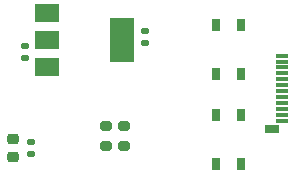
<source format=gbr>
%TF.GenerationSoftware,KiCad,Pcbnew,(6.0.7)*%
%TF.CreationDate,2023-02-04T21:02:38-08:00*%
%TF.ProjectId,ESP_Module,4553505f-4d6f-4647-956c-652e6b696361,rev?*%
%TF.SameCoordinates,Original*%
%TF.FileFunction,Paste,Bot*%
%TF.FilePolarity,Positive*%
%FSLAX46Y46*%
G04 Gerber Fmt 4.6, Leading zero omitted, Abs format (unit mm)*
G04 Created by KiCad (PCBNEW (6.0.7)) date 2023-02-04 21:02:38*
%MOMM*%
%LPD*%
G01*
G04 APERTURE LIST*
G04 Aperture macros list*
%AMRoundRect*
0 Rectangle with rounded corners*
0 $1 Rounding radius*
0 $2 $3 $4 $5 $6 $7 $8 $9 X,Y pos of 4 corners*
0 Add a 4 corners polygon primitive as box body*
4,1,4,$2,$3,$4,$5,$6,$7,$8,$9,$2,$3,0*
0 Add four circle primitives for the rounded corners*
1,1,$1+$1,$2,$3*
1,1,$1+$1,$4,$5*
1,1,$1+$1,$6,$7*
1,1,$1+$1,$8,$9*
0 Add four rect primitives between the rounded corners*
20,1,$1+$1,$2,$3,$4,$5,0*
20,1,$1+$1,$4,$5,$6,$7,0*
20,1,$1+$1,$6,$7,$8,$9,0*
20,1,$1+$1,$8,$9,$2,$3,0*%
G04 Aperture macros list end*
%ADD10R,0.650000X1.050000*%
%ADD11RoundRect,0.218750X-0.256250X0.218750X-0.256250X-0.218750X0.256250X-0.218750X0.256250X0.218750X0*%
%ADD12RoundRect,0.200000X0.275000X-0.200000X0.275000X0.200000X-0.275000X0.200000X-0.275000X-0.200000X0*%
%ADD13R,1.000000X0.380000*%
%ADD14R,1.150000X0.700000*%
%ADD15R,2.000000X1.500000*%
%ADD16R,2.000000X3.800000*%
%ADD17RoundRect,0.135000X-0.185000X0.135000X-0.185000X-0.135000X0.185000X-0.135000X0.185000X0.135000X0*%
%ADD18RoundRect,0.140000X-0.170000X0.140000X-0.170000X-0.140000X0.170000X-0.140000X0.170000X0.140000X0*%
%ADD19RoundRect,0.140000X0.170000X-0.140000X0.170000X0.140000X-0.170000X0.140000X-0.170000X-0.140000X0*%
G04 APERTURE END LIST*
D10*
%TO.C,SW2*%
X140657000Y-111803000D03*
X140657000Y-107653000D03*
X142807000Y-107653000D03*
X142807000Y-111803000D03*
%TD*%
D11*
%TO.C,D1*%
X123444000Y-109702500D03*
X123444000Y-111277500D03*
%TD*%
D12*
%TO.C,R1*%
X131318000Y-110299000D03*
X131318000Y-108649000D03*
%TD*%
D13*
%TO.C,P1*%
X146264000Y-108160000D03*
X146264000Y-107660000D03*
X146264000Y-107160000D03*
X146264000Y-106660000D03*
X146264000Y-106160000D03*
X146264000Y-105660000D03*
X146264000Y-105160000D03*
X146264000Y-104660000D03*
X146264000Y-104160000D03*
X146264000Y-103660000D03*
X146264000Y-103160000D03*
X146264000Y-102660000D03*
D14*
X145424000Y-108830000D03*
%TD*%
D15*
%TO.C,U1*%
X126390000Y-103646000D03*
D16*
X132690000Y-101346000D03*
D15*
X126390000Y-101346000D03*
X126390000Y-99046000D03*
%TD*%
D17*
%TO.C,R6*%
X124968000Y-109980000D03*
X124968000Y-111000000D03*
%TD*%
D18*
%TO.C,C3*%
X124460000Y-102842000D03*
X124460000Y-101882000D03*
%TD*%
D19*
%TO.C,C4*%
X134620000Y-101572000D03*
X134620000Y-100612000D03*
%TD*%
D10*
%TO.C,SW1*%
X140657000Y-104183000D03*
X140657000Y-100033000D03*
X142807000Y-100033000D03*
X142807000Y-104183000D03*
%TD*%
D12*
%TO.C,R2*%
X132842000Y-110299000D03*
X132842000Y-108649000D03*
%TD*%
M02*

</source>
